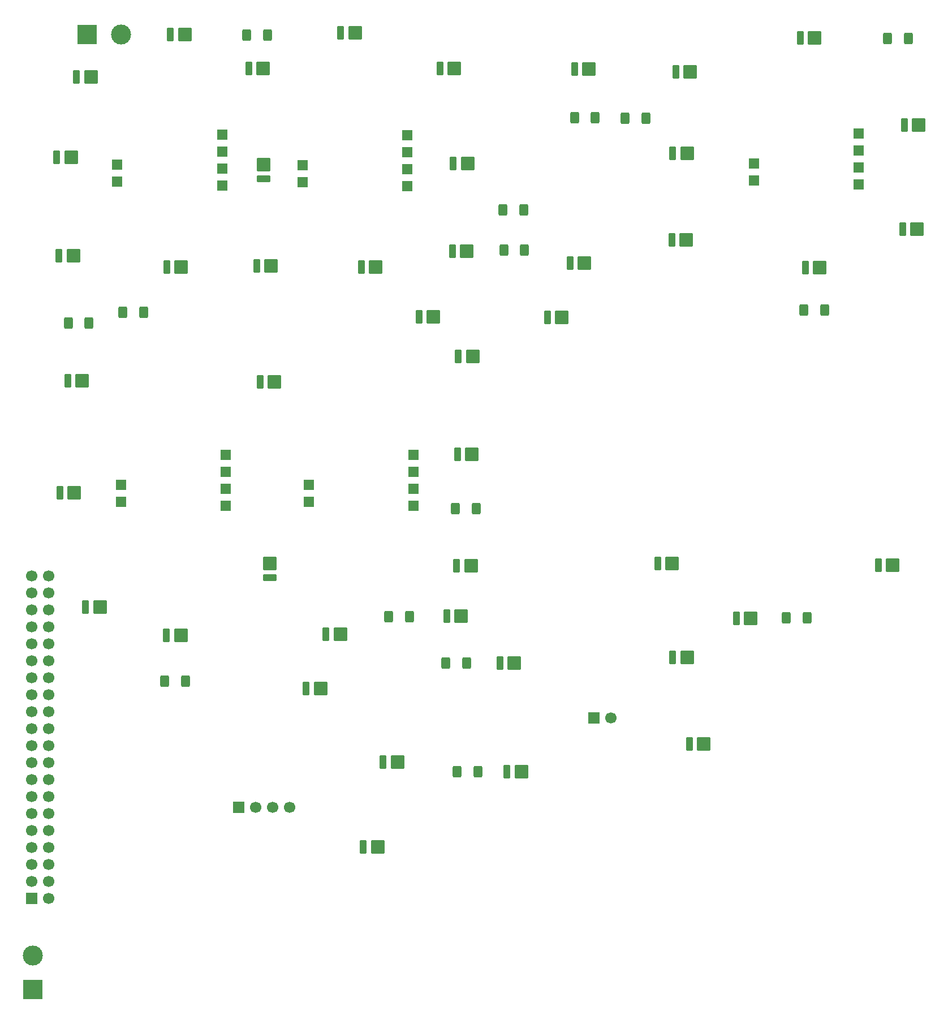
<source format=gbr>
%TF.GenerationSoftware,KiCad,Pcbnew,9.0.2*%
%TF.CreationDate,2025-07-18T21:00:17+02:00*%
%TF.ProjectId,a320-overhead-ventilation_eng_rain-rplnt-wipers,61333230-2d6f-4766-9572-686561642d76,rev?*%
%TF.SameCoordinates,Original*%
%TF.FileFunction,Soldermask,Top*%
%TF.FilePolarity,Negative*%
%FSLAX46Y46*%
G04 Gerber Fmt 4.6, Leading zero omitted, Abs format (unit mm)*
G04 Created by KiCad (PCBNEW 9.0.2) date 2025-07-18 21:00:17*
%MOMM*%
%LPD*%
G01*
G04 APERTURE LIST*
G04 Aperture macros list*
%AMRoundRect*
0 Rectangle with rounded corners*
0 $1 Rounding radius*
0 $2 $3 $4 $5 $6 $7 $8 $9 X,Y pos of 4 corners*
0 Add a 4 corners polygon primitive as box body*
4,1,4,$2,$3,$4,$5,$6,$7,$8,$9,$2,$3,0*
0 Add four circle primitives for the rounded corners*
1,1,$1+$1,$2,$3*
1,1,$1+$1,$4,$5*
1,1,$1+$1,$6,$7*
1,1,$1+$1,$8,$9*
0 Add four rect primitives between the rounded corners*
20,1,$1+$1,$2,$3,$4,$5,0*
20,1,$1+$1,$4,$5,$6,$7,0*
20,1,$1+$1,$6,$7,$8,$9,0*
20,1,$1+$1,$8,$9,$2,$3,0*%
G04 Aperture macros list end*
%ADD10R,3.000000X3.000000*%
%ADD11C,3.000000*%
%ADD12RoundRect,0.165000X0.885000X-0.385000X0.885000X0.385000X-0.885000X0.385000X-0.885000X-0.385000X0*%
%ADD13RoundRect,0.315000X0.735000X-0.735000X0.735000X0.735000X-0.735000X0.735000X-0.735000X-0.735000X0*%
%ADD14R,1.500000X1.500000*%
%ADD15RoundRect,0.250000X-0.400000X-0.625000X0.400000X-0.625000X0.400000X0.625000X-0.400000X0.625000X0*%
%ADD16RoundRect,0.165000X-0.385000X-0.885000X0.385000X-0.885000X0.385000X0.885000X-0.385000X0.885000X0*%
%ADD17RoundRect,0.315000X-0.735000X-0.735000X0.735000X-0.735000X0.735000X0.735000X-0.735000X0.735000X0*%
%ADD18R,1.700000X1.700000*%
%ADD19C,1.700000*%
G04 APERTURE END LIST*
D10*
%TO.C,J5*%
X31585000Y-21139050D03*
D11*
X36665000Y-21139050D03*
%TD*%
D12*
%TO.C,D14*%
X58025000Y-42764050D03*
D13*
X58025000Y-40614050D03*
%TD*%
D14*
%TO.C,KR2*%
X79500000Y-36214050D03*
X79500000Y-38754050D03*
X79500000Y-41294050D03*
X79500000Y-43834050D03*
X63800000Y-40714050D03*
X63800000Y-43254050D03*
%TD*%
D15*
%TO.C,R2*%
X104525000Y-33614050D03*
X107625000Y-33614050D03*
%TD*%
D16*
%TO.C,D45*%
X100500000Y-63539050D03*
D17*
X102650000Y-63539050D03*
%TD*%
D16*
%TO.C,D10*%
X56950000Y-55814050D03*
D17*
X59100000Y-55814050D03*
%TD*%
D14*
%TO.C,KR5*%
X80450000Y-84039050D03*
X80450000Y-86579050D03*
X80450000Y-89119050D03*
X80450000Y-91659050D03*
X64750000Y-88539050D03*
X64750000Y-91079050D03*
%TD*%
D15*
%TO.C,R8*%
X28750000Y-64389050D03*
X31850000Y-64389050D03*
%TD*%
D16*
%TO.C,D12*%
X86275000Y-53564050D03*
D17*
X88425000Y-53564050D03*
%TD*%
D16*
%TO.C,D35*%
X64375000Y-119014050D03*
D17*
X66525000Y-119014050D03*
%TD*%
D18*
%TO.C,J4*%
X54310000Y-136789050D03*
D19*
X56850000Y-136789050D03*
X59390000Y-136789050D03*
X61930000Y-136789050D03*
%TD*%
D16*
%TO.C,D40*%
X121750000Y-127339050D03*
D17*
X123900000Y-127339050D03*
%TD*%
D16*
%TO.C,D37*%
X85400000Y-108214050D03*
D17*
X87550000Y-108214050D03*
%TD*%
D16*
%TO.C,D28*%
X27525000Y-89714050D03*
D17*
X29675000Y-89714050D03*
%TD*%
D16*
%TO.C,D9*%
X43525000Y-55939050D03*
D17*
X45675000Y-55939050D03*
%TD*%
D16*
%TO.C,D24*%
X28700000Y-72964050D03*
D17*
X30850000Y-72964050D03*
%TD*%
D16*
%TO.C,D2*%
X44060000Y-21164050D03*
D17*
X46210000Y-21164050D03*
%TD*%
D15*
%TO.C,R11*%
X43225000Y-117939050D03*
X46325000Y-117939050D03*
%TD*%
D16*
%TO.C,D1*%
X29985000Y-27489050D03*
D17*
X32135000Y-27489050D03*
%TD*%
D14*
%TO.C,KR3*%
X147100000Y-35989050D03*
X147100000Y-38529050D03*
X147100000Y-41069050D03*
X147100000Y-43609050D03*
X131400000Y-40489050D03*
X131400000Y-43029050D03*
%TD*%
D16*
%TO.C,D25*%
X57450000Y-73189050D03*
D17*
X59600000Y-73189050D03*
%TD*%
D16*
%TO.C,D11*%
X72625000Y-55939050D03*
D17*
X74775000Y-55939050D03*
%TD*%
D16*
%TO.C,D23*%
X103875000Y-55389050D03*
D17*
X106025000Y-55389050D03*
%TD*%
D16*
%TO.C,D4*%
X69550000Y-20914050D03*
D17*
X71700000Y-20914050D03*
%TD*%
D16*
%TO.C,D27*%
X86900000Y-100639050D03*
D17*
X89050000Y-100639050D03*
%TD*%
D15*
%TO.C,R15*%
X93825000Y-47389050D03*
X96925000Y-47389050D03*
%TD*%
D16*
%TO.C,D18*%
X138350000Y-21639050D03*
D17*
X140500000Y-21639050D03*
%TD*%
D16*
%TO.C,D17*%
X119125000Y-51939050D03*
D17*
X121275000Y-51939050D03*
%TD*%
D16*
%TO.C,D29*%
X31360000Y-106814050D03*
D17*
X33510000Y-106814050D03*
%TD*%
D16*
%TO.C,D5*%
X84375000Y-26239050D03*
D17*
X86525000Y-26239050D03*
%TD*%
D16*
%TO.C,D6*%
X104575000Y-26364050D03*
D17*
X106725000Y-26364050D03*
%TD*%
D16*
%TO.C,D32*%
X150025000Y-100614050D03*
D17*
X152175000Y-100614050D03*
%TD*%
D16*
%TO.C,D7*%
X27025000Y-39539050D03*
D17*
X29175000Y-39539050D03*
%TD*%
D15*
%TO.C,R4*%
X93950000Y-53464050D03*
X97050000Y-53464050D03*
%TD*%
D16*
%TO.C,D42*%
X128750000Y-108564050D03*
D17*
X130900000Y-108564050D03*
%TD*%
D16*
%TO.C,D20*%
X153675000Y-50264050D03*
D17*
X155825000Y-50264050D03*
%TD*%
D16*
%TO.C,D8*%
X27375000Y-54264050D03*
D17*
X29525000Y-54264050D03*
%TD*%
D16*
%TO.C,D34*%
X67350000Y-110939050D03*
D17*
X69500000Y-110939050D03*
%TD*%
D18*
%TO.C,J3*%
X107475000Y-123464050D03*
D19*
X110015000Y-123464050D03*
%TD*%
D15*
%TO.C,R6*%
X151425000Y-21739050D03*
X154525000Y-21739050D03*
%TD*%
D12*
%TO.C,D30*%
X58925000Y-102489050D03*
D13*
X58925000Y-100339050D03*
%TD*%
D16*
%TO.C,D21*%
X139075000Y-56089050D03*
D17*
X141225000Y-56089050D03*
%TD*%
D15*
%TO.C,R14*%
X136225000Y-108439050D03*
X139325000Y-108439050D03*
%TD*%
%TO.C,R12*%
X85275000Y-115214050D03*
X88375000Y-115214050D03*
%TD*%
D16*
%TO.C,D22*%
X87150000Y-69389050D03*
D17*
X89300000Y-69389050D03*
%TD*%
D16*
%TO.C,D3*%
X55775000Y-26239050D03*
D17*
X57925000Y-26239050D03*
%TD*%
D15*
%TO.C,R7*%
X138850000Y-62364050D03*
X141950000Y-62364050D03*
%TD*%
D16*
%TO.C,D16*%
X119225000Y-38989050D03*
D17*
X121375000Y-38989050D03*
%TD*%
D16*
%TO.C,D41*%
X119250000Y-114389050D03*
D17*
X121400000Y-114389050D03*
%TD*%
D16*
%TO.C,D33*%
X43475000Y-111064050D03*
D17*
X45625000Y-111064050D03*
%TD*%
D15*
%TO.C,R1*%
X55475000Y-21264050D03*
X58575000Y-21264050D03*
%TD*%
D16*
%TO.C,D43*%
X72925000Y-142764050D03*
D17*
X75075000Y-142764050D03*
%TD*%
D16*
%TO.C,D38*%
X93375000Y-115214050D03*
D17*
X95525000Y-115214050D03*
%TD*%
D16*
%TO.C,D15*%
X119700000Y-26764050D03*
D17*
X121850000Y-26764050D03*
%TD*%
D15*
%TO.C,R5*%
X112125000Y-33739050D03*
X115225000Y-33739050D03*
%TD*%
%TO.C,R13*%
X86950000Y-131489050D03*
X90050000Y-131489050D03*
%TD*%
D16*
%TO.C,D19*%
X153900000Y-34714050D03*
D17*
X156050000Y-34714050D03*
%TD*%
D15*
%TO.C,R10*%
X76725000Y-108314050D03*
X79825000Y-108314050D03*
%TD*%
D16*
%TO.C,D31*%
X117000000Y-100364050D03*
D17*
X119150000Y-100364050D03*
%TD*%
D16*
%TO.C,D39*%
X94425000Y-131489050D03*
D17*
X96575000Y-131489050D03*
%TD*%
D14*
%TO.C,KR1*%
X51800000Y-36164050D03*
X51800000Y-38704050D03*
X51800000Y-41244050D03*
X51800000Y-43784050D03*
X36100000Y-40664050D03*
X36100000Y-43204050D03*
%TD*%
D15*
%TO.C,R3*%
X36950000Y-62714050D03*
X40050000Y-62714050D03*
%TD*%
D16*
%TO.C,D26*%
X87025000Y-84014050D03*
D17*
X89175000Y-84014050D03*
%TD*%
D15*
%TO.C,R9*%
X86700000Y-92164050D03*
X89800000Y-92164050D03*
%TD*%
D16*
%TO.C,D44*%
X81250000Y-63439050D03*
D17*
X83400000Y-63439050D03*
%TD*%
D16*
%TO.C,D13*%
X86400000Y-40489050D03*
D17*
X88550000Y-40489050D03*
%TD*%
D16*
%TO.C,D36*%
X75900000Y-130064050D03*
D17*
X78050000Y-130064050D03*
%TD*%
D14*
%TO.C,KR4*%
X52325000Y-84089050D03*
X52325000Y-86629050D03*
X52325000Y-89169050D03*
X52325000Y-91709050D03*
X36625000Y-88589050D03*
X36625000Y-91129050D03*
%TD*%
D10*
%TO.C,J1*%
X23425000Y-164104050D03*
D11*
X23425000Y-159024050D03*
%TD*%
D18*
%TO.C,J2*%
X23260000Y-150489050D03*
D19*
X25800000Y-150489050D03*
X23260000Y-147949050D03*
X25800000Y-147949050D03*
X23260000Y-145409050D03*
X25800000Y-145409050D03*
X23260000Y-142869050D03*
X25800000Y-142869050D03*
X23260000Y-140329050D03*
X25800000Y-140329050D03*
X23260000Y-137789050D03*
X25800000Y-137789050D03*
X23260000Y-135249050D03*
X25800000Y-135249050D03*
X23260000Y-132709050D03*
X25800000Y-132709050D03*
X23260000Y-130169050D03*
X25800000Y-130169050D03*
X23260000Y-127629050D03*
X25800000Y-127629050D03*
X23260000Y-125089050D03*
X25800000Y-125089050D03*
X23260000Y-122549050D03*
X25800000Y-122549050D03*
X23260000Y-120009050D03*
X25800000Y-120009050D03*
X23260000Y-117469050D03*
X25800000Y-117469050D03*
X23260000Y-114929050D03*
X25800000Y-114929050D03*
X23260000Y-112389050D03*
X25800000Y-112389050D03*
X23260000Y-109849050D03*
X25800000Y-109849050D03*
X23260000Y-107309050D03*
X25800000Y-107309050D03*
X23260000Y-104769050D03*
X25800000Y-104769050D03*
X23260000Y-102229050D03*
X25800000Y-102229050D03*
%TD*%
M02*

</source>
